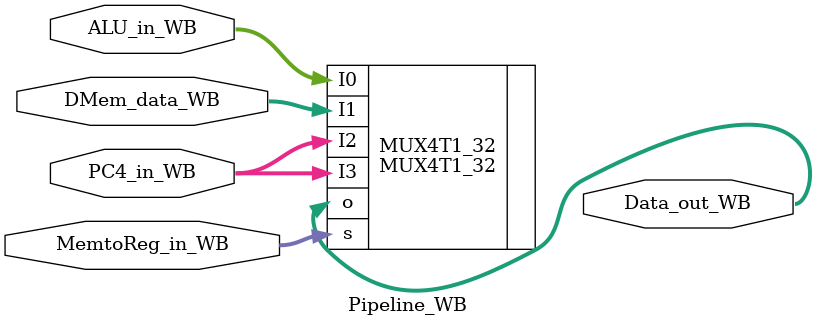
<source format=v>
`timescale 1ns / 1ps
module Pipeline_WB( 
    input[31:0]  PC4_in_WB, 
    input[31:0] ALU_in_WB,
    input[31:0] DMem_data_WB, 
    input[1:0] MemtoReg_in_WB, 
    output [31:0] Data_out_WB   
);
    MUX4T1_32 MUX4T1_32(
        .s(MemtoReg_in_WB),
		.I0(ALU_in_WB),
		.I1(DMem_data_WB),
		.I2(PC4_in_WB),
		.I3(PC4_in_WB),						
		.o(Data_out_WB)
    );
endmodule

</source>
